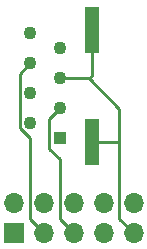
<source format=gbr>
%TF.GenerationSoftware,KiCad,Pcbnew,7.0.7*%
%TF.CreationDate,2023-11-14T16:51:00-06:00*%
%TF.ProjectId,Serial_To_RJ45,53657269-616c-45f5-946f-5f524a34352e,rev?*%
%TF.SameCoordinates,Original*%
%TF.FileFunction,Copper,L1,Top*%
%TF.FilePolarity,Positive*%
%FSLAX46Y46*%
G04 Gerber Fmt 4.6, Leading zero omitted, Abs format (unit mm)*
G04 Created by KiCad (PCBNEW 7.0.7) date 2023-11-14 16:51:00*
%MOMM*%
%LPD*%
G01*
G04 APERTURE LIST*
%TA.AperFunction,ComponentPad*%
%ADD10R,1.700000X1.700000*%
%TD*%
%TA.AperFunction,ComponentPad*%
%ADD11O,1.700000X1.700000*%
%TD*%
%TA.AperFunction,ComponentPad*%
%ADD12R,1.100000X1.100000*%
%TD*%
%TA.AperFunction,ComponentPad*%
%ADD13C,1.100000*%
%TD*%
%TA.AperFunction,SMDPad,CuDef*%
%ADD14R,1.200000X4.000000*%
%TD*%
%TA.AperFunction,Conductor*%
%ADD15C,0.250000*%
%TD*%
G04 APERTURE END LIST*
D10*
%TO.P,J2,1,Pin_1*%
%TO.N,unconnected-(J2-Pin_1-Pad1)*%
X194320416Y-122156440D03*
D11*
%TO.P,J2,2,Pin_2*%
%TO.N,unconnected-(J2-Pin_2-Pad2)*%
X194320416Y-119616440D03*
%TO.P,J2,3,Pin_3*%
%TO.N,/RXD*%
X196860416Y-122156440D03*
%TO.P,J2,4,Pin_4*%
%TO.N,unconnected-(J2-Pin_4-Pad4)*%
X196860416Y-119616440D03*
%TO.P,J2,5,Pin_5*%
%TO.N,/TXD*%
X199400416Y-122156440D03*
%TO.P,J2,6,Pin_6*%
%TO.N,unconnected-(J2-Pin_6-Pad6)*%
X199400416Y-119616440D03*
%TO.P,J2,7,Pin_7*%
%TO.N,unconnected-(J2-Pin_7-Pad7)*%
X201940416Y-122156440D03*
%TO.P,J2,8,Pin_8*%
%TO.N,unconnected-(J2-Pin_8-Pad8)*%
X201940416Y-119616440D03*
%TO.P,J2,9,Pin_9*%
%TO.N,GND*%
X204480416Y-122156440D03*
%TO.P,J2,10,Pin_10*%
%TO.N,unconnected-(J2-Pin_10-Pad10)*%
X204480416Y-119616440D03*
%TD*%
D12*
%TO.P,J1,1,1*%
%TO.N,unconnected-(J1-Pad1)*%
X198246446Y-114142053D03*
D13*
%TO.P,J1,2,2*%
%TO.N,unconnected-(J1-Pad2)*%
X195706446Y-112872053D03*
%TO.P,J1,3,3*%
%TO.N,/TXD*%
X198246446Y-111602053D03*
%TO.P,J1,4,4*%
%TO.N,GND*%
X195706446Y-110332053D03*
%TO.P,J1,5,5*%
X198246446Y-109062053D03*
%TO.P,J1,6,6*%
%TO.N,/RXD*%
X195706446Y-107792053D03*
%TO.P,J1,7,7*%
%TO.N,unconnected-(J1-Pad7)*%
X198246446Y-106522053D03*
%TO.P,J1,8,8*%
%TO.N,unconnected-(J1-Pad8)*%
X195706446Y-105252053D03*
D14*
%TO.P,J1,G1,GROUND_1*%
%TO.N,GND*%
X200946446Y-114447053D03*
%TO.P,J1,G2,GROUND_2*%
X200946446Y-104947053D03*
%TD*%
D15*
%TO.N,GND*%
X200946446Y-104947053D02*
X200946446Y-108827660D01*
X200946446Y-108827660D02*
X200712053Y-109062053D01*
X200946446Y-114447053D02*
X203247053Y-114447053D01*
X203275000Y-114475000D02*
X203275000Y-111625000D01*
X203275000Y-120951024D02*
X203275000Y-114475000D01*
X203247053Y-114447053D02*
X203275000Y-114475000D01*
X203275000Y-111625000D02*
X200712053Y-109062053D01*
%TO.N,/TXD*%
X198225416Y-115913083D02*
X197350000Y-115037667D01*
X197350000Y-115037667D02*
X197350000Y-112498499D01*
X199400416Y-122156440D02*
X198225416Y-120981440D01*
X197350000Y-112498499D02*
X198246446Y-111602053D01*
X198225416Y-120981440D02*
X198225416Y-115913083D01*
%TO.N,GND*%
X200712053Y-109062053D02*
X198246446Y-109062053D01*
X204480416Y-122156440D02*
X203275000Y-120951024D01*
%TO.N,/RXD*%
X194825000Y-108673499D02*
X195706446Y-107792053D01*
X195685416Y-114088460D02*
X194825000Y-113228044D01*
X195685416Y-120981440D02*
X195685416Y-114088460D01*
X194825000Y-113228044D02*
X194825000Y-108673499D01*
X196860416Y-122156440D02*
X195685416Y-120981440D01*
%TD*%
M02*

</source>
